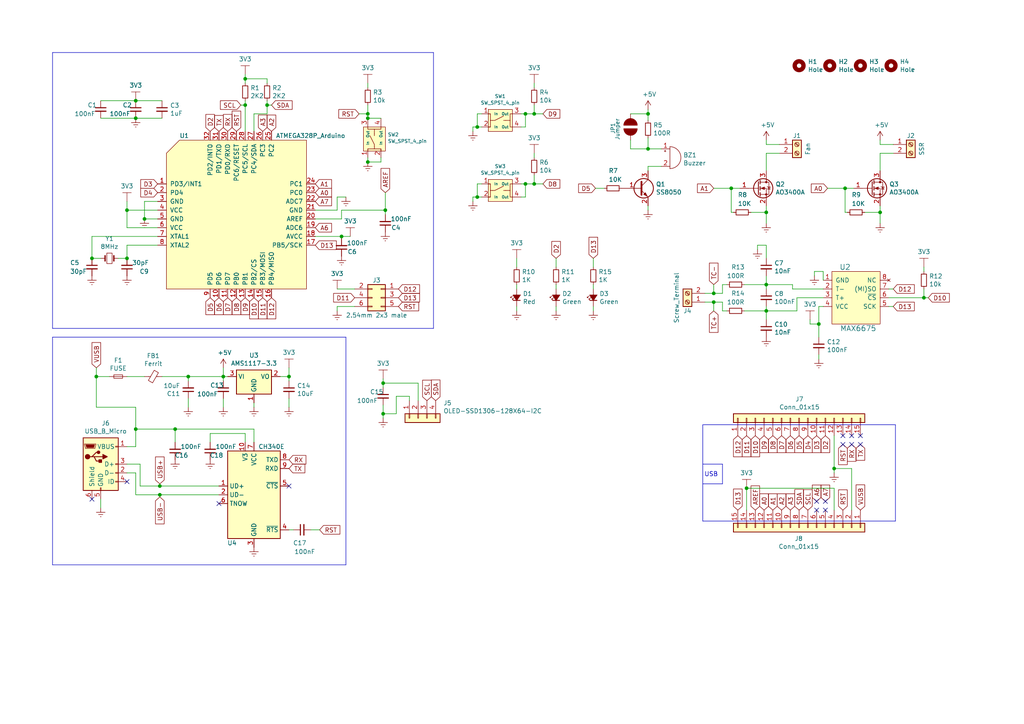
<source format=kicad_sch>
(kicad_sch (version 20230121) (generator eeschema)
  (paper "A4")
  (title_block (title "MyReflowduino") (date "2021-05-31") (rev "2"))
  (lib_symbols
    (symbol "Connector:Screw_Terminal_01x02" (pin_names (offset 1.016) hide)
      (property "Reference" "J" (at 0 2.54 0))
      (property "Value" "Screw_Terminal_01x02" (at 0 -5.08 0))
      (symbol "Screw_Terminal_01x02_1_1"
        (pin passive line (at -5.08 0 0) (length 3.81) (name "Pin_1") (number "1"))
        (pin passive line (at -5.08 -2.54 0) (length 3.81) (name "Pin_2") (number "2"))
      )
    )
    (symbol "Connector:USB_B_Micro" (pin_names (offset 1.016))
      (property "Reference" "J" (at -5.08 11.43 0))
      (property "Value" "USB_B_Micro" (at -5.08 8.89 0))
      (symbol "USB_B_Micro_1_1"
        (pin power_out line (at 7.62 5.08 180) (length 2.54) (name "VBUS") (number "1"))
        (pin bidirectional line (at 7.62 -2.54 180) (length 2.54) (name "D-") (number "2"))
        (pin bidirectional line (at 7.62 0 180) (length 2.54) (name "D+") (number "3"))
        (pin passive line (at 7.62 -5.08 180) (length 2.54) (name "ID") (number "4"))
        (pin power_out line (at 0 -10.16 90) (length 2.54) (name "GND") (number "5"))
        (pin passive line (at -2.54 -10.16 90) (length 2.54) (name "Shield") (number "6"))
      )
    )
    (symbol "Connector_Generic:Conn_01x04" (pin_names (offset 1.016) hide)
      (property "Reference" "J" (at 0 5.08 0))
      (property "Value" "Conn_01x04" (at 0 -7.62 0))
      (symbol "Conn_01x04_1_1"
        (pin passive line (at -5.08 2.54 0) (length 3.81) (name "Pin_1") (number "1"))
        (pin passive line (at -5.08 0 0) (length 3.81) (name "Pin_2") (number "2"))
        (pin passive line (at -5.08 -2.54 0) (length 3.81) (name "Pin_3") (number "3"))
        (pin passive line (at -5.08 -5.08 0) (length 3.81) (name "Pin_4") (number "4"))
      )
    )
    (symbol "Connector_Generic:Conn_01x15" (pin_names (offset 1.016) hide)
      (property "Reference" "J" (at 0 20.32 0))
      (property "Value" "Conn_01x15" (at 0 -20.32 0))
      (symbol "Conn_01x15_1_1"
        (pin passive line (at -5.08 17.78 0) (length 3.81) (name "Pin_1") (number "1"))
        (pin passive line (at -5.08 -5.08 0) (length 3.81) (name "Pin_10") (number "10"))
        (pin passive line (at -5.08 -7.62 0) (length 3.81) (name "Pin_11") (number "11"))
        (pin passive line (at -5.08 -10.16 0) (length 3.81) (name "Pin_12") (number "12"))
        (pin passive line (at -5.08 -12.7 0) (length 3.81) (name "Pin_13") (number "13"))
        (pin passive line (at -5.08 -15.24 0) (length 3.81) (name "Pin_14") (number "14"))
        (pin passive line (at -5.08 -17.78 0) (length 3.81) (name "Pin_15") (number "15"))
        (pin passive line (at -5.08 15.24 0) (length 3.81) (name "Pin_2") (number "2"))
        (pin passive line (at -5.08 12.7 0) (length 3.81) (name "Pin_3") (number "3"))
        (pin passive line (at -5.08 10.16 0) (length 3.81) (name "Pin_4") (number "4"))
        (pin passive line (at -5.08 7.62 0) (length 3.81) (name "Pin_5") (number "5"))
        (pin passive line (at -5.08 5.08 0) (length 3.81) (name "Pin_6") (number "6"))
        (pin passive line (at -5.08 2.54 0) (length 3.81) (name "Pin_7") (number "7"))
        (pin passive line (at -5.08 0 0) (length 3.81) (name "Pin_8") (number "8"))
        (pin passive line (at -5.08 -2.54 0) (length 3.81) (name "Pin_9") (number "9"))
      )
    )
    (symbol "Connector_Generic:Conn_02x03_Odd_Even" (pin_names (offset 1.016) hide)
      (property "Reference" "J" (at 1.27 5.08 0))
      (property "Value" "Conn_02x03_Odd_Even" (at 1.27 -5.08 0))
      (symbol "Conn_02x03_Odd_Even_1_1"
        (pin passive line (at -5.08 2.54 0) (length 3.81) (name "Pin_1") (number "1"))
        (pin passive line (at 7.62 2.54 180) (length 3.81) (name "Pin_2") (number "2"))
        (pin passive line (at -5.08 0 0) (length 3.81) (name "Pin_3") (number "3"))
        (pin passive line (at 7.62 0 180) (length 3.81) (name "Pin_4") (number "4"))
        (pin passive line (at -5.08 -2.54 0) (length 3.81) (name "Pin_5") (number "5"))
        (pin passive line (at 7.62 -2.54 180) (length 3.81) (name "Pin_6") (number "6"))
      )
    )
    (symbol "Device:Buzzer" (pin_names (offset 0.0254) hide)
      (property "Reference" "BZ" (at 3.81 1.27 0))
      (property "Value" "Buzzer" (at 3.81 -1.27 0))
      (symbol "Buzzer_1_1"
        (pin passive line (at -2.54 2.54 0) (length 2.54) (name "-") (number "1"))
        (pin passive line (at -2.54 -2.54 0) (length 2.54) (name "+") (number "2"))
      )
    )
    (symbol "Device:C_Small" (pin_numbers hide) (pin_names (offset 0.254) hide)
      (property "Reference" "C" (at 0.254 1.778 0))
      (property "Value" "C_Small" (at 0.254 -2.032 0))
      (symbol "C_Small_1_1"
        (pin passive line (at 0 2.54 270) (length 2.032) (name "~") (number "1"))
        (pin passive line (at 0 -2.54 90) (length 2.032) (name "~") (number "2"))
      )
    )
    (symbol "Device:Crystal_Small" (pin_numbers hide) (pin_names (offset 1.016) hide)
      (property "Reference" "Y" (at 0 2.54 0))
      (property "Value" "Crystal_Small" (at 0 -2.54 0))
      (symbol "Crystal_Small_1_1"
        (pin passive line (at -2.54 0 0) (length 1.27) (name "1") (number "1"))
        (pin passive line (at 2.54 0 180) (length 1.27) (name "2") (number "2"))
      )
    )
    (symbol "Device:Fuse_Small" (pin_numbers hide) (pin_names (offset 0.254) hide)
      (property "Reference" "F" (at 0 -1.524 0))
      (property "Value" "Fuse_Small" (at 0 1.524 0))
      (symbol "Fuse_Small_1_1"
        (pin passive line (at -2.54 0 0) (length 1.27) (name "~") (number "1"))
        (pin passive line (at 2.54 0 180) (length 1.27) (name "~") (number "2"))
      )
    )
    (symbol "Device:Q_NPN_BEC" (pin_names (offset 0) hide)
      (property "Reference" "Q" (at 5.08 1.27 0))
      (property "Value" "Q_NPN_BEC" (at 5.08 -1.27 0))
      (symbol "Q_NPN_BEC_1_1"
        (pin input line (at -5.08 0 0) (length 5.715) (name "B") (number "1"))
        (pin passive line (at 2.54 -5.08 90) (length 2.54) (name "E") (number "2"))
        (pin passive line (at 2.54 5.08 270) (length 2.54) (name "C") (number "3"))
      )
    )
    (symbol "Device:R_Small" (pin_numbers hide) (pin_names (offset 0.254) hide)
      (property "Reference" "R" (at 0.762 0.508 0))
      (property "Value" "R_Small" (at 0.762 -1.016 0))
      (symbol "R_Small_1_1"
        (pin passive line (at 0 2.54 270) (length 0.762) (name "~") (number "1"))
        (pin passive line (at 0 -2.54 90) (length 0.762) (name "~") (number "2"))
      )
    )
    (symbol "Interface_USB:CH340E"
      (property "Reference" "U" (at -5.08 13.97 0))
      (property "Value" "CH340E" (at 1.27 13.97 0))
      (symbol "CH340E_1_1"
        (pin bidirectional line (at -10.16 2.54 0) (length 2.54) (name "UD+") (number "1"))
        (pin passive line (at -2.54 15.24 270) (length 2.54) (name "V3") (number "10"))
        (pin bidirectional line (at -10.16 0 0) (length 2.54) (name "UD-") (number "2"))
        (pin power_in line (at 0 -15.24 90) (length 2.54) (name "GND") (number "3"))
        (pin output line (at 10.16 -10.16 180) (length 2.54) (name "~{RTS}") (number "4"))
        (pin input line (at 10.16 2.54 180) (length 2.54) (name "~{CTS}") (number "5"))
        (pin output line (at -10.16 -2.54 0) (length 2.54) (name "TNOW") (number "6"))
        (pin power_in line (at 0 15.24 270) (length 2.54) (name "VCC") (number "7"))
        (pin output line (at 10.16 10.16 180) (length 2.54) (name "TXD") (number "8"))
        (pin input line (at 10.16 7.62 180) (length 2.54) (name "RXD") (number "9"))
      )
    )
    (symbol "Mechanical:MountingHole" (pin_names (offset 1.016))
      (property "Reference" "H" (at 0 5.08 0))
      (property "Value" "MountingHole" (at 0 3.175 0))
    )
    (symbol "MyReflowController-rescue:3V3-_Power_Ports" (power) (pin_numbers hide) (pin_names (offset 0))
      (property "Value" "3V3-_Power_Ports" (at 0 3.81 0))
      (symbol "3V3-_Power_Ports_1_1"
        (pin power_in line (at 0 0 90) (length 0) hide (name "3V3") (number "1"))
      )
    )
    (symbol "MyReflowController-rescue:ATMEGA328P_Arduino-_Custom" (pin_names (offset 1.016))
      (property "Reference" "U" (at -7.62 21.59 0))
      (property "Value" "_Custom_ATMEGA328P_Arduino" (at 29.21 21.59 0))
      (symbol "ATMEGA328P_Arduino-_Custom_1_1"
        (pin bidirectional line (at -15.24 7.62 0) (length 2.54) (name "PD3/INT1") (number "1"))
        (pin bidirectional line (at 2.54 -25.4 90) (length 2.54) (name "PD6") (number "10"))
        (pin bidirectional line (at 5.08 -25.4 90) (length 2.54) (name "PD7") (number "11"))
        (pin bidirectional line (at 7.62 -25.4 90) (length 2.54) (name "PB0") (number "12"))
        (pin bidirectional line (at 10.16 -25.4 90) (length 2.54) (name "PB1") (number "13"))
        (pin bidirectional line (at 12.7 -25.4 90) (length 2.54) (name "PB2/CS") (number "14"))
        (pin bidirectional line (at 15.24 -25.4 90) (length 2.54) (name "PB3/MOSI") (number "15"))
        (pin bidirectional line (at 17.78 -25.4 90) (length 2.54) (name "PB4/MISO") (number "16"))
        (pin bidirectional line (at 30.48 -10.16 180) (length 2.54) (name "PB5/SCK") (number "17"))
        (pin bidirectional line (at 30.48 -7.62 180) (length 2.54) (name "AVCC") (number "18"))
        (pin bidirectional line (at 30.48 -5.08 180) (length 2.54) (name "ADC6") (number "19"))
        (pin bidirectional line (at -15.24 5.08 0) (length 2.54) (name "PD4") (number "2"))
        (pin bidirectional line (at 30.48 -2.54 180) (length 2.54) (name "AREF") (number "20"))
        (pin bidirectional line (at 30.48 0 180) (length 2.54) (name "GND") (number "21"))
        (pin bidirectional line (at 30.48 2.54 180) (length 2.54) (name "ADC7") (number "22"))
        (pin bidirectional line (at 30.48 5.08 180) (length 2.54) (name "PC0") (number "23"))
        (pin bidirectional line (at 30.48 7.62 180) (length 2.54) (name "PC1") (number "24"))
        (pin bidirectional line (at 17.78 22.86 270) (length 2.54) (name "PC2") (number "25"))
        (pin bidirectional line (at 15.24 22.86 270) (length 2.54) (name "PC3") (number "26"))
        (pin bidirectional line (at 12.7 22.86 270) (length 2.54) (name "PC4/SDA") (number "27"))
        (pin bidirectional line (at 10.16 22.86 270) (length 2.54) (name "PC5/SCL") (number "28"))
        (pin bidirectional line (at 7.62 22.86 270) (length 2.54) (name "PC6/RESET") (number "29"))
        (pin bidirectional line (at -15.24 2.54 0) (length 2.54) (name "GND") (number "3"))
        (pin bidirectional line (at 5.08 22.86 270) (length 2.54) (name "PD0/RXD") (number "30"))
        (pin bidirectional line (at 2.54 22.86 270) (length 2.54) (name "PD1/TXD") (number "31"))
        (pin bidirectional line (at 0 22.86 270) (length 2.54) (name "PD2/INT0") (number "32"))
        (pin bidirectional line (at -15.24 0 0) (length 2.54) (name "VCC") (number "4"))
        (pin bidirectional line (at -15.24 -2.54 0) (length 2.54) (name "GND") (number "5"))
        (pin bidirectional line (at -15.24 -5.08 0) (length 2.54) (name "VCC") (number "6"))
        (pin bidirectional line (at -15.24 -7.62 0) (length 2.54) (name "XTAL1") (number "7"))
        (pin bidirectional line (at -15.24 -10.16 0) (length 2.54) (name "XTAL2") (number "8"))
        (pin bidirectional line (at 0 -25.4 90) (length 2.54) (name "PD5") (number "9"))
      )
    )
    (symbol "MyReflowController-rescue:Ferrite_Bead_Small-Device" (pin_numbers hide) (pin_names (offset 0))
      (property "Reference" "FB" (at 1.905 1.27 0))
      (property "Value" "Device_Ferrite_Bead_Small" (at 1.905 -1.27 0))
      (symbol "Ferrite_Bead_Small-Device_1_1"
        (pin passive line (at 0 2.54 270) (length 1.27) (name "~") (number "1"))
        (pin passive line (at 0 -2.54 90) (length 1.27) (name "~") (number "2"))
      )
    )
    (symbol "MyReflowController-rescue:JUMPER-SMT_2_NO-SparkFun-Jumpers" (pin_numbers hide) (pin_names (offset 1.016) hide)
      (property "Reference" "JP" (at -2.54 2.54 0))
      (property "Value" "SparkFun-Jumpers_JUMPER-SMT_2_NO" (at -2.54 -3.81 0))
      (property "PROD_ID" "XXX-00000" (at 0 6.35 0))
      (symbol "JUMPER-SMT_2_NO-SparkFun-Jumpers_1_1"
        (pin passive line (at -3.81 0 0) (length 2.54) (name "1") (number "1"))
        (pin passive line (at 3.81 0 180) (length 2.54) (name "2") (number "2"))
      )
    )
    (symbol "MyReflowController-rescue:LED_Small_ALT-Device" (pin_numbers hide) (pin_names (offset 0.254) hide)
      (property "Reference" "D" (at -1.27 3.175 0))
      (property "Value" "Device_LED_Small_ALT" (at -4.445 -2.54 0))
      (symbol "LED_Small_ALT-Device_1_1"
        (pin passive line (at -2.54 0 0) (length 1.778) (name "K") (number "1"))
        (pin passive line (at 2.54 0 180) (length 1.778) (name "A") (number "2"))
      )
    )
    (symbol "MyReflowController-rescue:MAX6675-_Custom" (pin_names (offset 1.016))
      (property "Reference" "U" (at -5.1054 1.016 0))
      (property "Value" "_Custom_MAX6675" (at -5.08 -16.51 0))
      (property "Footprint" "digikey-footprints:SOIC-8_W3.9mm" (at -17.78 -19.05 0))
      (symbol "MAX6675-_Custom_1_1"
        (pin power_in line (at -7.62 -2.54 0) (length 2.54) (name "GND") (number "1"))
        (pin input line (at -7.62 -5.08 0) (length 2.54) (name "T-") (number "2"))
        (pin input line (at -7.62 -7.62 0) (length 2.54) (name "T+") (number "3"))
        (pin power_in line (at -7.62 -10.16 0) (length 2.54) (name "VCC") (number "4"))
        (pin input line (at 11.43 -10.16 180) (length 2.54) (name "SCK") (number "5"))
        (pin input line (at 11.43 -7.62 180) (length 2.54) (name "~{CS}") (number "6"))
        (pin output line (at 11.43 -5.08 180) (length 2.54) (name "(MI)SO") (number "7"))
        (pin no_connect line (at 11.43 -2.54 180) (length 2.54) (name "NC") (number "8"))
      )
    )
    (symbol "MyReflowController-rescue:Masse-_Power_Ports" (power) (pin_names (offset 0))
      (symbol "Masse-_Power_Ports_1_1"
        (pin power_in line (at 0 0 270) (length 0) hide (name "Masse") (number "1"))
      )
    )
    (symbol "MyReflowController-rescue:SW_SPST_4_pin-_Custom" (pin_names (offset 1.016))
      (property "Reference" "SW" (at -1.905 8.89 0))
      (property "Value" "_Custom_SW_SPST_4_pin" (at 0 0 0))
      (symbol "SW_SPST_4_pin-_Custom_1_1"
        (pin bidirectional line (at -5.08 6.35 0) (length 2.54) (name "In") (number "1"))
        (pin bidirectional line (at -5.08 2.54 0) (length 2.54) (name "In") (number "2"))
        (pin bidirectional line (at 6.35 6.35 180) (length 2.54) (name "Out") (number "3"))
        (pin bidirectional line (at 6.35 2.54 180) (length 2.54) (name "Out") (number "4"))
      )
    )
    (symbol "Regulator_Linear:AMS1117-3.3"
      (property "Reference" "U" (at -3.81 3.175 0))
      (property "Value" "AMS1117-3.3" (at 0 3.175 0))
      (symbol "AMS1117-3.3_1_1"
        (pin power_in line (at 0 -7.62 90) (length 2.54) (name "GND") (number "1"))
        (pin power_out line (at 7.62 0 180) (length 2.54) (name "VO") (number "2"))
        (pin power_in line (at -7.62 0 0) (length 2.54) (name "VI") (number "3"))
      )
    )
    (symbol "Transistor_FET:AO3400A" (pin_names hide)
      (property "Reference" "Q" (at 5.08 1.905 0))
      (property "Value" "AO3400A" (at 5.08 0 0))
      (symbol "AO3400A_1_1"
        (pin input line (at -5.08 0 0) (length 2.54) (name "G") (number "1"))
        (pin passive line (at 2.54 -5.08 90) (length 2.54) (name "S") (number "2"))
        (pin passive line (at 2.54 5.08 270) (length 2.54) (name "D") (number "3"))
      )
    )
    (symbol "power:+5V" (power) (pin_names (offset 0))
      (property "Value" "+5V" (at 0 3.556 0))
      (symbol "+5V_1_1"
        (pin power_in line (at 0 0 90) (length 0) hide (name "+5V") (number "1"))
      )
    )
  )
  (junction (at 39.37 29.21))
  (junction (at 71.12 22.86))
  (junction (at 245.11 54.61))
  (junction (at 54.61 109.22))
  (junction (at 83.82 109.22))
  (junction (at 255.27 61.595))
  (junction (at 212.09 54.61))
  (junction (at 267.97 86.36))
  (junction (at 71.12 30.48))
  (junction (at 39.37 34.29))
  (junction (at 207.01 85.09))
  (junction (at 222.25 90.17))
  (junction (at 39.37 124.46))
  (junction (at 138.43 36.83))
  (junction (at 187.96 43.18))
  (junction (at 41.91 63.5))
  (junction (at 222.25 82.55))
  (junction (at 99.06 68.58))
  (junction (at 36.83 74.93))
  (junction (at 222.25 61.595))
  (junction (at 50.8 124.46))
  (junction (at 187.96 33.02))
  (junction (at 64.77 109.22))
  (junction (at 106.68 34.29))
  (junction (at 106.68 46.99))
  (junction (at 241.935 135.89))
  (junction (at 111.125 111.125))
  (junction (at 207.01 87.63))
  (junction (at 106.68 33.02))
  (junction (at 111.125 120.015))
  (junction (at 46.355 140.97))
  (junction (at 152.4 33.02))
  (junction (at 26.67 74.93))
  (junction (at 154.94 53.34))
  (junction (at 237.49 93.98))
  (junction (at 154.94 33.02))
  (junction (at 138.43 57.15))
  (junction (at 216.535 141.605))
  (junction (at 46.355 143.51))
  (junction (at 36.83 60.96))
  (junction (at 27.94 109.22))
  (junction (at 77.47 30.48))
  (junction (at 111.76 60.96))
  (junction (at 152.4 53.34))
  (no_connect (at 36.83 139.7))
  (no_connect (at 236.855 145.415))
  (no_connect (at 63.5 146.05))
  (no_connect (at 239.395 145.415))
  (no_connect (at 236.855 147.955))
  (no_connect (at 239.395 147.955))
  (no_connect (at 244.475 126.365))
  (no_connect (at 83.82 140.97))
  (no_connect (at 249.555 128.905))
  (no_connect (at 26.67 144.78))
  (no_connect (at 249.555 126.365))
  (no_connect (at 244.475 128.905))
  (no_connect (at 247.015 126.365))
  (no_connect (at 247.015 128.905))
  (wire (pts (xy 111.76 55.88) (xy 111.76 60.96)))
  (wire (pts (xy 137.16 36.83) (xy 138.43 36.83)))
  (wire (pts (xy 83.82 106.68) (xy 83.82 109.22)))
  (wire (pts (xy 106.68 25.4) (xy 106.68 24.13)))
  (wire (pts (xy 97.79 57.15) (xy 97.79 60.96)))
  (wire (pts (xy 78.74 30.48) (xy 77.47 30.48)))
  (wire (pts (xy 137.16 58.42) (xy 137.16 57.15)))
  (wire (pts (xy 237.49 88.9) (xy 238.76 88.9)))
  (wire (pts (xy 106.68 33.02) (xy 106.68 34.29)))
  (wire (pts (xy 99.06 60.96) (xy 111.76 60.96)))
  (wire (pts (xy 46.355 144.145) (xy 46.355 143.51)))
  (wire (pts (xy 118.745 114.935) (xy 114.935 114.935)))
  (wire (pts (xy 110.49 46.99) (xy 110.49 45.72)))
  (wire (pts (xy 111.125 121.285) (xy 111.125 120.015)))
  (wire (pts (xy 54.61 110.49) (xy 54.61 109.22)))
  (polyline (pts (xy 203.835 123.19) (xy 259.715 123.19)) (stroke (width 0) (type solid)))
  (wire (pts (xy 64.77 109.22) (xy 64.77 106.68)))
  (wire (pts (xy 187.96 31.75) (xy 187.96 33.02)))
  (wire (pts (xy 50.8 124.46) (xy 73.66 124.46)))
  (wire (pts (xy 222.25 61.595) (xy 222.25 59.69)))
  (wire (pts (xy 111.125 120.015) (xy 111.125 117.475)))
  (wire (pts (xy 64.77 110.49) (xy 64.77 109.22)))
  (wire (pts (xy 40.64 134.62) (xy 36.83 134.62)))
  (wire (pts (xy 267.97 86.36) (xy 257.81 86.36)))
  (wire (pts (xy 139.7 33.02) (xy 138.43 33.02)))
  (wire (pts (xy 137.16 57.15) (xy 138.43 57.15)))
  (wire (pts (xy 222.25 71.12) (xy 219.71 71.12)))
  (polyline (pts (xy 209.55 140.335) (xy 203.835 140.335)))
  (wire (pts (xy 182.88 40.64) (xy 182.88 43.18)))
  (wire (pts (xy 97.79 83.82) (xy 102.87 83.82)))
  (wire (pts (xy 237.49 104.14) (xy 237.49 102.87)))
  (wire (pts (xy 83.82 109.22) (xy 81.28 109.22)))
  (wire (pts (xy 73.66 124.46) (xy 73.66 128.27)))
  (wire (pts (xy 111.125 111.125) (xy 121.285 111.125)))
  (wire (pts (xy 229.87 82.55) (xy 222.25 82.55)))
  (wire (pts (xy 154.94 33.02) (xy 154.94 30.48)))
  (wire (pts (xy 255.27 40.64) (xy 255.27 41.91)))
  (wire (pts (xy 91.44 63.5) (xy 99.06 63.5)))
  (wire (pts (xy 73.66 118.11) (xy 73.66 116.84)))
  (wire (pts (xy 161.29 77.47) (xy 161.29 74.93)))
  (wire (pts (xy 237.49 88.9) (xy 237.49 93.98)))
  (wire (pts (xy 259.08 44.45) (xy 255.27 44.45)))
  (wire (pts (xy 238.76 83.82) (xy 229.87 83.82)))
  (wire (pts (xy 151.13 33.02) (xy 152.4 33.02)))
  (wire (pts (xy 71.12 30.48) (xy 69.85 30.48)))
  (wire (pts (xy 137.16 38.1) (xy 137.16 36.83)))
  (wire (pts (xy 106.68 34.29) (xy 110.49 34.29)))
  (wire (pts (xy 172.085 77.47) (xy 172.085 74.93)))
  (wire (pts (xy 64.77 109.22) (xy 66.04 109.22)))
  (wire (pts (xy 149.86 90.17) (xy 149.86 88.9)))
  (wire (pts (xy 229.87 83.82) (xy 229.87 82.55)))
  (wire (pts (xy 259.08 83.82) (xy 257.81 83.82)))
  (wire (pts (xy 46.355 140.97) (xy 40.64 140.97)))
  (wire (pts (xy 39.37 143.51) (xy 39.37 137.16)))
  (wire (pts (xy 73.66 38.1) (xy 73.66 33.02)))
  (wire (pts (xy 102.87 88.9) (xy 97.79 88.9)))
  (wire (pts (xy 222.25 74.93) (xy 222.25 71.12)))
  (wire (pts (xy 138.43 57.15) (xy 139.7 57.15)))
  (wire (pts (xy 152.4 36.83) (xy 151.13 36.83)))
  (wire (pts (xy 26.67 68.58) (xy 26.67 74.93)))
  (wire (pts (xy 245.11 54.61) (xy 247.65 54.61)))
  (wire (pts (xy 209.55 85.09) (xy 209.55 82.55)))
  (wire (pts (xy 99.06 69.215) (xy 99.06 68.58)))
  (wire (pts (xy 222.25 64.77) (xy 222.25 61.595)))
  (wire (pts (xy 241.935 135.89) (xy 247.015 135.89)))
  (wire (pts (xy 222.25 44.45) (xy 222.25 49.53)))
  (wire (pts (xy 39.37 124.46) (xy 39.37 129.54)))
  (polyline (pts (xy 259.715 151.13) (xy 203.835 151.13)) (stroke (width 0) (type solid)))
  (wire (pts (xy 71.12 29.21) (xy 71.12 30.48)))
  (wire (pts (xy 77.47 22.86) (xy 77.47 24.13)))
  (wire (pts (xy 41.91 58.42) (xy 45.72 58.42)))
  (wire (pts (xy 27.94 118.11) (xy 39.37 118.11)))
  (polyline (pts (xy 15.24 95.25) (xy 125.73 95.25)))
  (wire (pts (xy 29.21 147.32) (xy 29.21 144.78)))
  (wire (pts (xy 46.99 109.22) (xy 54.61 109.22)))
  (polyline (pts (xy 125.73 15.24) (xy 125.73 95.25)))
  (wire (pts (xy 27.94 109.22) (xy 27.94 118.11)))
  (wire (pts (xy 60.96 128.27) (xy 60.96 125.73)))
  (wire (pts (xy 46.99 34.29) (xy 39.37 34.29)))
  (wire (pts (xy 77.47 29.21) (xy 77.47 30.48)))
  (wire (pts (xy 222.25 90.17) (xy 215.9 90.17)))
  (wire (pts (xy 139.7 53.34) (xy 138.43 53.34)))
  (wire (pts (xy 207.01 85.09) (xy 207.01 82.55)))
  (wire (pts (xy 207.01 90.17) (xy 207.01 87.63)))
  (polyline (pts (xy 125.73 15.24) (xy 15.24 15.24)))
  (wire (pts (xy 231.14 86.36) (xy 238.76 86.36)))
  (wire (pts (xy 209.55 90.17) (xy 210.82 90.17)))
  (wire (pts (xy 250.825 61.595) (xy 255.27 61.595)))
  (wire (pts (xy 138.43 36.83) (xy 139.7 36.83)))
  (wire (pts (xy 247.015 135.89) (xy 247.015 147.955)))
  (polyline (pts (xy 100.33 163.83) (xy 100.33 97.79)))
  (wire (pts (xy 41.91 63.5) (xy 45.72 63.5)))
  (wire (pts (xy 226.06 44.45) (xy 222.25 44.45)))
  (wire (pts (xy 255.27 64.77) (xy 255.27 61.595)))
  (wire (pts (xy 71.12 30.48) (xy 71.12 38.1)))
  (wire (pts (xy 41.91 63.5) (xy 41.91 58.42)))
  (wire (pts (xy 63.5 143.51) (xy 46.355 143.51)))
  (polyline (pts (xy 15.24 97.79) (xy 15.24 163.83)))
  (wire (pts (xy 212.725 61.595) (xy 212.09 61.595)))
  (wire (pts (xy 241.935 135.89) (xy 241.935 126.365)))
  (wire (pts (xy 39.37 129.54) (xy 36.83 129.54)))
  (wire (pts (xy 36.83 74.93) (xy 36.83 71.12)))
  (wire (pts (xy 121.285 111.125) (xy 121.285 116.205)))
  (wire (pts (xy 222.25 40.64) (xy 222.25 41.91)))
  (wire (pts (xy 50.8 124.46) (xy 50.8 128.27)))
  (wire (pts (xy 99.06 60.96) (xy 99.06 63.5)))
  (wire (pts (xy 154.94 25.4) (xy 154.94 24.13)))
  (wire (pts (xy 182.88 43.18) (xy 187.96 43.18)))
  (wire (pts (xy 111.125 112.395) (xy 111.125 111.125)))
  (wire (pts (xy 45.72 68.58) (xy 26.67 68.58)))
  (wire (pts (xy 77.47 30.48) (xy 77.47 33.02)))
  (wire (pts (xy 267.97 83.82) (xy 267.97 86.36)))
  (wire (pts (xy 259.08 88.9) (xy 257.81 88.9)))
  (wire (pts (xy 161.29 82.55) (xy 161.29 83.82)))
  (wire (pts (xy 236.22 78.74) (xy 238.76 78.74)))
  (polyline (pts (xy 259.715 123.19) (xy 259.715 151.13)) (stroke (width 0) (type solid)))
  (wire (pts (xy 154.94 33.02) (xy 152.4 33.02)))
  (wire (pts (xy 29.21 74.93) (xy 26.67 74.93)))
  (wire (pts (xy 29.21 34.29) (xy 39.37 34.29)))
  (wire (pts (xy 209.55 82.55) (xy 210.82 82.55)))
  (wire (pts (xy 71.12 22.86) (xy 71.12 24.13)))
  (wire (pts (xy 39.37 137.16) (xy 36.83 137.16)))
  (polyline (pts (xy 15.24 163.83) (xy 100.33 163.83)))
  (wire (pts (xy 152.4 33.02) (xy 152.4 36.83)))
  (wire (pts (xy 238.76 78.74) (xy 238.76 81.28)))
  (wire (pts (xy 234.95 93.98) (xy 237.49 93.98)))
  (wire (pts (xy 215.9 82.55) (xy 222.25 82.55)))
  (wire (pts (xy 231.14 86.36) (xy 231.14 90.17)))
  (wire (pts (xy 73.66 33.02) (xy 77.47 33.02)))
  (wire (pts (xy 216.535 141.605) (xy 216.535 147.955)))
  (wire (pts (xy 92.71 153.67) (xy 90.17 153.67)))
  (wire (pts (xy 118.745 116.205) (xy 118.745 114.935)))
  (wire (pts (xy 207.01 87.63) (xy 204.47 87.63)))
  (wire (pts (xy 71.12 22.86) (xy 77.47 22.86)))
  (wire (pts (xy 182.88 33.02) (xy 187.96 33.02)))
  (wire (pts (xy 187.96 49.53) (xy 187.96 48.26)))
  (wire (pts (xy 187.96 43.18) (xy 191.77 43.18)))
  (wire (pts (xy 222.25 88.9) (xy 222.25 90.17)))
  (wire (pts (xy 172.085 88.9) (xy 172.085 90.17)))
  (wire (pts (xy 207.01 87.63) (xy 209.55 87.63)))
  (wire (pts (xy 27.94 109.22) (xy 31.75 109.22)))
  (wire (pts (xy 54.61 109.22) (xy 64.77 109.22)))
  (wire (pts (xy 45.72 66.04) (xy 36.83 66.04)))
  (wire (pts (xy 217.805 61.595) (xy 222.25 61.595)))
  (wire (pts (xy 83.82 118.11) (xy 83.82 115.57)))
  (wire (pts (xy 149.86 83.82) (xy 149.86 82.55)))
  (wire (pts (xy 85.09 153.67) (xy 83.82 153.67)))
  (wire (pts (xy 91.44 68.58) (xy 99.06 68.58)))
  (wire (pts (xy 234.95 92.71) (xy 234.95 93.98)))
  (wire (pts (xy 54.61 115.57) (xy 54.61 118.11)))
  (wire (pts (xy 154.94 53.34) (xy 152.4 53.34)))
  (wire (pts (xy 187.96 40.005) (xy 187.96 43.18)))
  (wire (pts (xy 71.12 125.73) (xy 71.12 128.27)))
  (wire (pts (xy 245.11 61.595) (xy 245.11 54.61)))
  (wire (pts (xy 187.96 60.96) (xy 187.96 59.69)))
  (wire (pts (xy 36.83 58.42) (xy 36.83 60.96)))
  (wire (pts (xy 97.79 60.96) (xy 91.44 60.96)))
  (wire (pts (xy 114.935 114.935) (xy 114.935 120.015)))
  (wire (pts (xy 106.68 45.72) (xy 106.68 46.99)))
  (wire (pts (xy 241.935 137.16) (xy 241.935 135.89)))
  (wire (pts (xy 161.29 88.9) (xy 161.29 90.17)))
  (wire (pts (xy 36.83 71.12) (xy 45.72 71.12)))
  (wire (pts (xy 34.29 74.93) (xy 36.83 74.93)))
  (wire (pts (xy 212.09 54.61) (xy 214.63 54.61)))
  (wire (pts (xy 172.085 82.55) (xy 172.085 83.82)))
  (wire (pts (xy 63.5 140.97) (xy 46.355 140.97)))
  (wire (pts (xy 236.22 80.01) (xy 236.22 78.74)))
  (wire (pts (xy 157.48 33.02) (xy 154.94 33.02)))
  (wire (pts (xy 157.48 53.34) (xy 154.94 53.34)))
  (wire (pts (xy 40.64 140.97) (xy 40.64 134.62)))
  (wire (pts (xy 111.125 109.855) (xy 111.125 111.125)))
  (wire (pts (xy 39.37 118.11) (xy 39.37 124.46)))
  (wire (pts (xy 83.82 110.49) (xy 83.82 109.22)))
  (wire (pts (xy 64.77 118.11) (xy 64.77 115.57)))
  (wire (pts (xy 207.01 54.61) (xy 212.09 54.61)))
  (wire (pts (xy 138.43 33.02) (xy 138.43 36.83)))
  (wire (pts (xy 111.76 60.96) (xy 111.76 62.23)))
  (wire (pts (xy 149.86 74.93) (xy 149.86 77.47)))
  (polyline (pts (xy 209.55 134.62) (xy 209.55 140.335)))
  (wire (pts (xy 151.13 57.15) (xy 152.4 57.15)))
  (wire (pts (xy 154.94 53.34) (xy 154.94 50.8)))
  (wire (pts (xy 138.43 53.34) (xy 138.43 57.15)))
  (wire (pts (xy 245.745 61.595) (xy 245.11 61.595)))
  (wire (pts (xy 46.355 140.335) (xy 46.355 140.97)))
  (polyline (pts (xy 203.835 134.62) (xy 209.55 134.62)))
  (wire (pts (xy 39.37 29.21) (xy 46.99 29.21)))
  (wire (pts (xy 106.68 46.99) (xy 110.49 46.99)))
  (polyline (pts (xy 15.24 15.24) (xy 15.24 95.25)))
  (wire (pts (xy 71.12 21.59) (xy 71.12 22.86)))
  (wire (pts (xy 191.77 48.26) (xy 187.96 48.26)))
  (wire (pts (xy 99.06 68.58) (xy 101.6 68.58)))
  (polyline (pts (xy 203.835 151.13) (xy 203.835 123.19)) (stroke (width 0) (type solid)))
  (wire (pts (xy 237.49 93.98) (xy 237.49 97.79)))
  (wire (pts (xy 269.24 86.36) (xy 267.97 86.36)))
  (wire (pts (xy 231.14 90.17) (xy 222.25 90.17)))
  (wire (pts (xy 172.72 54.61) (xy 175.26 54.61)))
  (wire (pts (xy 240.03 54.61) (xy 245.11 54.61)))
  (wire (pts (xy 152.4 53.34) (xy 151.13 53.34)))
  (wire (pts (xy 219.71 71.12) (xy 219.71 72.39)))
  (wire (pts (xy 209.55 87.63) (xy 209.55 90.17)))
  (wire (pts (xy 255.27 41.91) (xy 259.08 41.91)))
  (wire (pts (xy 222.25 92.71) (xy 222.25 90.17)))
  (wire (pts (xy 267.97 77.47) (xy 267.97 78.74)))
  (polyline (pts (xy 100.33 97.79) (xy 15.24 97.79)))
  (wire (pts (xy 207.01 85.09) (xy 209.55 85.09)))
  (wire (pts (xy 39.37 124.46) (xy 50.8 124.46)))
  (wire (pts (xy 241.935 141.605) (xy 241.935 147.955)))
  (wire (pts (xy 97.79 88.9) (xy 97.79 90.17)))
  (wire (pts (xy 27.94 106.68) (xy 27.94 109.22)))
  (wire (pts (xy 29.21 29.21) (xy 39.37 29.21)))
  (wire (pts (xy 216.535 141.605) (xy 241.935 141.605)))
  (wire (pts (xy 104.14 33.02) (xy 106.68 33.02)))
  (wire (pts (xy 60.96 125.73) (xy 71.12 125.73)))
  (wire (pts (xy 222.25 41.91) (xy 226.06 41.91)))
  (wire (pts (xy 36.83 109.22) (xy 41.91 109.22)))
  (wire (pts (xy 222.25 82.55) (xy 222.25 80.01)))
  (wire (pts (xy 154.94 45.72) (xy 154.94 44.45)))
  (wire (pts (xy 212.09 61.595) (xy 212.09 54.61)))
  (wire (pts (xy 36.83 66.04) (xy 36.83 60.96)))
  (wire (pts (xy 255.27 44.45) (xy 255.27 49.53)))
  (wire (pts (xy 97.79 57.15) (xy 100.33 57.15)))
  (wire (pts (xy 36.83 60.96) (xy 45.72 60.96)))
  (wire (pts (xy 114.935 120.015) (xy 111.125 120.015)))
  (wire (pts (xy 187.96 33.02) (xy 187.96 34.925)))
  (wire (pts (xy 255.27 61.595) (xy 255.27 59.69)))
  (wire (pts (xy 152.4 57.15) (xy 152.4 53.34)))
  (wire (pts (xy 222.25 82.55) (xy 222.25 83.82)))
  (wire (pts (xy 46.355 143.51) (xy 39.37 143.51)))
  (wire (pts (xy 106.68 33.02) (xy 106.68 30.48)))
  (wire (pts (xy 204.47 85.09) (xy 207.01 85.09)))
  (text "USB" (at 208.28 138.43 0) (effects (font (size 1.27 1.27)) (justify right bottom)))
  (global_label "D2" (shape input) (at 239.395 126.365 270) (property "Intersheetrefs" "${INTERSHEET_REFS}" (effects hide)))
  (global_label "D2" (shape input) (at 60.96 38.1 90) (property "Intersheetrefs" "${INTERSHEET_REFS}" (effects hide)))
  (global_label "USB-" (shape input) (at 46.355 144.145 270) (property "Intersheetrefs" "${INTERSHEET_REFS}" (effects hide)))
  (global_label "A6" (shape input) (at 236.855 145.415 90) (property "Intersheetrefs" "${INTERSHEET_REFS}" (effects hide)))
  (global_label "D11" (shape input) (at 76.2 86.36 270) (property "Intersheetrefs" "${INTERSHEET_REFS}" (effects hide)))
  (global_label "D13" (shape input) (at 172.085 74.93 90) (property "Intersheetrefs" "${INTERSHEET_REFS}" (effects hide)))
  (global_label "TX" (shape input) (at 249.555 128.905 270) (property "Intersheetrefs" "${INTERSHEET_REFS}" (effects hide)))
  (global_label "D8" (shape input) (at 68.58 86.36 270) (property "Intersheetrefs" "${INTERSHEET_REFS}" (effects hide)))
  (global_label "D11" (shape input) (at 102.87 86.36 180) (property "Intersheetrefs" "${INTERSHEET_REFS}" (effects hide)))
  (global_label "D11" (shape input) (at 216.535 126.365 270) (property "Intersheetrefs" "${INTERSHEET_REFS}" (effects hide)))
  (global_label "D13" (shape input) (at 213.995 147.955 90) (property "Intersheetrefs" "${INTERSHEET_REFS}" (effects hide)))
  (global_label "D12" (shape input) (at 78.74 86.36 270) (property "Intersheetrefs" "${INTERSHEET_REFS}" (effects hide)))
  (global_label "D10" (shape input) (at 73.66 86.36 270) (property "Intersheetrefs" "${INTERSHEET_REFS}" (effects hide)))
  (global_label "D5" (shape input) (at 231.775 126.365 270) (property "Intersheetrefs" "${INTERSHEET_REFS}" (effects hide)))
  (global_label "SCL" (shape input) (at 123.825 116.205 90) (property "Intersheetrefs" "${INTERSHEET_REFS}" (effects hide)))
  (global_label "D3" (shape input) (at 236.855 126.365 270) (property "Intersheetrefs" "${INTERSHEET_REFS}" (effects hide)))
  (global_label "RST" (shape input) (at 115.57 88.9 0) (property "Intersheetrefs" "${INTERSHEET_REFS}" (effects hide)))
  (global_label "A0" (shape input) (at 240.03 54.61 180) (property "Intersheetrefs" "${INTERSHEET_REFS}" (effects hide)))
  (global_label "SDA" (shape input) (at 231.775 147.955 90) (property "Intersheetrefs" "${INTERSHEET_REFS}" (effects hide)))
  (global_label "VUSB" (shape input) (at 27.94 106.68 90) (property "Intersheetrefs" "${INTERSHEET_REFS}" (effects hide)))
  (global_label "RX" (shape input) (at 83.82 133.35 0) (property "Intersheetrefs" "${INTERSHEET_REFS}" (effects hide)))
  (global_label "TX" (shape input) (at 63.5 38.1 90) (property "Intersheetrefs" "${INTERSHEET_REFS}" (effects hide)))
  (global_label "SCL" (shape input) (at 234.315 147.955 90) (property "Intersheetrefs" "${INTERSHEET_REFS}" (effects hide)))
  (global_label "D12" (shape input) (at 259.08 83.82 0) (property "Intersheetrefs" "${INTERSHEET_REFS}" (effects hide)))
  (global_label "D7" (shape input) (at 226.695 126.365 270) (property "Intersheetrefs" "${INTERSHEET_REFS}" (effects hide)))
  (global_label "D6" (shape input) (at 229.235 126.365 270) (property "Intersheetrefs" "${INTERSHEET_REFS}" (effects hide)))
  (global_label "A7" (shape input) (at 91.44 58.42 0) (property "Intersheetrefs" "${INTERSHEET_REFS}" (effects hide)))
  (global_label "A3" (shape input) (at 229.235 147.955 90) (property "Intersheetrefs" "${INTERSHEET_REFS}" (effects hide)))
  (global_label "D13" (shape input) (at 259.08 88.9 0) (property "Intersheetrefs" "${INTERSHEET_REFS}" (effects hide)))
  (global_label "D4" (shape input) (at 45.72 55.88 180) (property "Intersheetrefs" "${INTERSHEET_REFS}" (effects hide)))
  (global_label "D10" (shape input) (at 219.075 126.365 270) (property "Intersheetrefs" "${INTERSHEET_REFS}" (effects hide)))
  (global_label "D5" (shape input) (at 60.96 86.36 270) (property "Intersheetrefs" "${INTERSHEET_REFS}" (effects hide)))
  (global_label "D9" (shape input) (at 157.48 33.02 0) (property "Intersheetrefs" "${INTERSHEET_REFS}" (effects hide)))
  (global_label "RST" (shape input) (at 68.58 38.1 90) (property "Intersheetrefs" "${INTERSHEET_REFS}" (effects hide)))
  (global_label "RST" (shape input) (at 104.14 33.02 180) (property "Intersheetrefs" "${INTERSHEET_REFS}" (effects hide)))
  (global_label "D4" (shape input) (at 234.315 126.365 270) (property "Intersheetrefs" "${INTERSHEET_REFS}" (effects hide)))
  (global_label "D7" (shape input) (at 66.04 86.36 270) (property "Intersheetrefs" "${INTERSHEET_REFS}" (effects hide)))
  (global_label "RST" (shape input) (at 244.475 128.905 270) (property "Intersheetrefs" "${INTERSHEET_REFS}" (effects hide)))
  (global_label "TX" (shape input) (at 83.82 135.89 0) (property "Intersheetrefs" "${INTERSHEET_REFS}" (effects hide)))
  (global_label "RX" (shape input) (at 247.015 128.905 270) (property "Intersheetrefs" "${INTERSHEET_REFS}" (effects hide)))
  (global_label "AREF" (shape input) (at 219.075 147.955 90) (property "Intersheetrefs" "${INTERSHEET_REFS}" (effects hide)))
  (global_label "D9" (shape input) (at 71.12 86.36 270) (property "Intersheetrefs" "${INTERSHEET_REFS}" (effects hide)))
  (global_label "D5" (shape input) (at 172.72 54.61 180) (property "Intersheetrefs" "${INTERSHEET_REFS}" (effects hide)))
  (global_label "D10" (shape input) (at 269.24 86.36 0) (property "Intersheetrefs" "${INTERSHEET_REFS}" (effects hide)))
  (global_label "SDA" (shape input) (at 126.365 116.205 90) (property "Intersheetrefs" "${INTERSHEET_REFS}" (effects hide)))
  (global_label "D3" (shape input) (at 45.72 53.34 180) (property "Intersheetrefs" "${INTERSHEET_REFS}" (effects hide)))
  (global_label "A1" (shape input) (at 224.155 147.955 90) (property "Intersheetrefs" "${INTERSHEET_REFS}" (effects hide)))
  (global_label "D13" (shape input) (at 115.57 86.36 0) (property "Intersheetrefs" "${INTERSHEET_REFS}" (effects hide)))
  (global_label "A1" (shape input) (at 207.01 54.61 180) (property "Intersheetrefs" "${INTERSHEET_REFS}" (effects hide)))
  (global_label "RST" (shape input) (at 92.71 153.67 0) (property "Intersheetrefs" "${INTERSHEET_REFS}" (effects hide)))
  (global_label "D12" (shape input) (at 213.995 126.365 270) (property "Intersheetrefs" "${INTERSHEET_REFS}" (effects hide)))
  (global_label "D6" (shape input) (at 63.5 86.36 270) (property "Intersheetrefs" "${INTERSHEET_REFS}" (effects hide)))
  (global_label "D8" (shape input) (at 157.48 53.34 0) (property "Intersheetrefs" "${INTERSHEET_REFS}" (effects hide)))
  (global_label "SCL" (shape input) (at 69.85 30.48 180) (property "Intersheetrefs" "${INTERSHEET_REFS}" (effects hide)))
  (global_label "D2" (shape input) (at 161.29 74.93 90) (property "Intersheetrefs" "${INTERSHEET_REFS}" (effects hide)))
  (global_label "D8" (shape input) (at 224.155 126.365 270) (property "Intersheetrefs" "${INTERSHEET_REFS}" (effects hide)))
  (global_label "AREF" (shape input) (at 111.76 55.88 90) (property "Intersheetrefs" "${INTERSHEET_REFS}" (effects hide)))
  (global_label "RX" (shape input) (at 66.04 38.1 90) (property "Intersheetrefs" "${INTERSHEET_REFS}" (effects hide)))
  (global_label "A0" (shape input) (at 221.615 147.955 90) (property "Intersheetrefs" "${INTERSHEET_REFS}" (effects hide)))
  (global_label "A0" (shape input) (at 91.44 55.88 0) (property "Intersheetrefs" "${INTERSHEET_REFS}" (effects hide)))
  (global_label "VUSB" (shape input) (at 249.555 147.955 90) (property "Intersheetrefs" "${INTERSHEET_REFS}" (effects hide)))
  (global_label "A7" (shape input) (at 239.395 145.415 90) (property "Intersheetrefs" "${INTERSHEET_REFS}" (effects hide)))
  (global_label "TC-" (shape input) (at 207.01 82.55 90) (property "Intersheetrefs" "${INTERSHEET_REFS}" (effects hide)))
  (global_label "D13" (shape input) (at 91.44 71.12 0) (property "Intersheetrefs" "${INTERSHEET_REFS}" (effects hide)))
  (global_label "A3" (shape input) (at 76.2 38.1 90) (property "Intersheetrefs" "${INTERSHEET_REFS}" (effects hide)))
  (global_label "SDA" (shape input) (at 78.74 30.48 0) (property "Intersheetrefs" "${INTERSHEET_REFS}" (effects hide)))
  (global_label "TC+" (shape input) (at 207.01 90.17 270) (property "Intersheetrefs" "${INTERSHEET_REFS}" (effects hide)))
  (global_label "USB+" (shape input) (at 46.355 140.335 90) (property "Intersheetrefs" "${INTERSHEET_REFS}" (effects hide)))
  (global_label "A2" (shape input) (at 78.74 38.1 90) (property "Intersheetrefs" "${INTERSHEET_REFS}" (effects hide)))
  (global_label "A2" (shape input) (at 226.695 147.955 90) (property "Intersheetrefs" "${INTERSHEET_REFS}" (effects hide)))
  (global_label "D12" (shape input) (at 115.57 83.82 0) (property "Intersheetrefs" "${INTERSHEET_REFS}" (effects hide)))
  (global_label "D9" (shape input) (at 221.615 126.365 270) (property "Intersheetrefs" "${INTERSHEET_REFS}" (effects hide)))
  (global_label "RST" (shape input) (at 244.475 147.955 90) (property "Intersheetrefs" "${INTERSHEET_REFS}" (effects hide)))
  (global_label "A1" (shape input) (at 91.44 53.34 0) (property "Intersheetrefs" "${INTERSHEET_REFS}" (effects hide)))
  (global_label "A6" (shape input) (at 91.44 66.04 0) (property "Intersheetrefs" "${INTERSHEET_REFS}" (effects hide)))
  (symbol (lib_id "Device:Crystal_Small") (at 31.75 74.93 180) (unit 1)
    (property "Reference" "Y1" (at 31.75 69.215 0))
    (property "Value" "8MHz" (at 31.75 71.5264 0))
    (property "Footprint" "Crystal:Crystal_SMD_TXC_7A-2Pin_5x3.2mm" (effects hide))
    (property "Part#" "C115962" (effects hide))
    (property "Package" "SMD-5032_2P" (effects hide))
  )
  (symbol (lib_id "Interface_USB:CH340E") (at 73.66 143.51 0) (unit 1)
    (property "Reference" "U4" (at 67.31 157.48 0))
    (property "Value" "CH340E" (at 78.74 129.54 0))
    (property "Footprint" "Package_SO:MSOP-10_3x3mm_P0.5mm" (effects hide))
    (property "Datasheet" "https://www.mpja.com/download/35227cpdata.pdf" (effects hide))
    (property "Part#" "C99652" (effects hide))
    (property "Package" "MSOP-10_3.0x3.0x0.5P" (effects hide))
  )
  (symbol (lib_id "MyReflowController-rescue:ATMEGA328P_Arduino-_Custom") (at 60.96 60.96 0) (unit 1)
    (property "Reference" "U1" (at 52.07 39.37 0) (effects (justify left)))
    (property "Value" "ATMEGA328P_Arduino" (at 80.01 39.37 0) (effects (justify left)))
    (property "Footprint" "digikey-footprints:TQFP-32_7x7mm" (effects hide))
    (property "Part#" "C14877" (effects hide))
    (property "Package" "TQFP-32_7.0x7.0x0.8P" (effects hide))
  )
  (symbol (lib_id "Regulator_Linear:AMS1117-3.3") (at 73.66 109.22 0) (unit 1)
    (property "Reference" "U3" (at 73.66 103.0732 0))
    (property "Value" "AMS1117-3.3" (at 73.66 105.3846 0))
    (property "Footprint" "Package_TO_SOT_SMD:SOT-223-3_TabPin2" (effects hide))
    (property "Datasheet" "http://www.advanced-monolithic.com/pdf/ds1117.pdf" (effects hide))
    (property "Part#" "C6186" (effects hide))
    (property "Package" "SOT-223" (effects hide))
  )
  (symbol (lib_id "Connector:USB_B_Micro") (at 29.21 134.62 0) (unit 1)
    (property "Reference" "J6" (at 30.6578 122.7582 0))
    (property "Value" "USB_B_Micro" (at 30.6578 125.0696 0))
    (property "Footprint" "_Custom:111A1010D10200_USB-2.0_THT" (effects hide))
    (property "Package" "THT - C46392" (effects hide))
  )
  (symbol (lib_id "Device:C_Small") (at 26.67 77.47 0) (unit 1)
    (property "Reference" "C5" (at 20.32 76.2 0) (effects (justify left)))
    (property "Value" "30pF" (at 20.32 78.74 0) (effects (justify left)))
    (property "Footprint" "Capacitor_SMD:C_0603_1608Metric" (effects hide))
    (property "Part#" "C22397" (effects hide))
    (property "Package" "0603" (effects hide))
  )
  (symbol (lib_id "MyReflowController-rescue:Masse-_Power_Ports") (at 36.83 80.01 0) (unit 1)
    (property "Reference" "#PWR023" (effects hide))
    (property "Value" "Masse" (effects hide))
  )
  (symbol (lib_id "MyReflowController-rescue:Masse-_Power_Ports") (at 26.67 80.01 0) (unit 1)
    (property "Reference" "#PWR022" (effects hide))
    (property "Value" "Masse" (effects hide))
  )
  (symbol (lib_id "Device:C_Small") (at 39.37 31.75 0) (unit 1)
    (property "Reference" "C2" (at 35.56 30.48 0) (effects (justify left)))
    (property "Value" "100nF" (at 31.75 33.02 0) (effects (justify left)))
    (property "Footprint" "Capacitor_SMD:C_0603_1608Metric_Pad1.08x0.95mm_HandSolder" (effects hide))
    (property "Part#" "C14663" (effects hide))
  )
  (symbol (lib_id "Device:C_Small") (at 29.21 31.75 0) (unit 1)
    (property "Reference" "C1" (at 25.4 30.48 0) (effects (justify left)))
    (property "Value" "100nF" (at 21.59 33.02 0) (effects (justify left)))
    (property "Footprint" "Capacitor_SMD:C_0603_1608Metric_Pad1.08x0.95mm_HandSolder" (effects hide))
    (property "Part#" "C14663" (effects hide))
  )
  (symbol (lib_id "MyReflowController-rescue:Masse-_Power_Ports") (at 106.68 46.99 0) (unit 1)
    (property "Reference" "#PWR09" (effects hide))
    (property "Value" "Masse" (effects hide))
  )
  (symbol (lib_id "MyReflowController-rescue:3V3-_Power_Ports") (at 39.37 29.21 0) (unit 1)
    (property "Reference" "#PWR010" (effects hide))
    (property "Value" "3V3" (at 39.37 24.765 0))
  )
  (symbol (lib_id "MyReflowController-rescue:3V3-_Power_Ports") (at 106.68 24.13 0) (unit 1)
    (property "Reference" "#PWR02" (effects hide))
    (property "Value" "3V3" (at 106.68 19.685 0))
  )
  (symbol (lib_id "Device:R_Small") (at 106.68 27.94 0) (unit 1)
    (property "Reference" "R3" (at 108.1786 26.7716 0) (effects (justify left)))
    (property "Value" "10k" (at 108.1786 29.083 0) (effects (justify left)))
    (property "Footprint" "Resistor_SMD:R_0805_2012Metric_Pad1.20x1.40mm_HandSolder" (effects hide))
    (property "Part#" "C17414" (effects hide))
    (property "Package" "0805" (effects hide))
  )
  (symbol (lib_id "MyReflowController-rescue:Masse-_Power_Ports") (at 111.76 67.31 0) (unit 1)
    (property "Reference" "#PWR016" (effects hide))
    (property "Value" "Masse" (effects hide))
  )
  (symbol (lib_id "MyReflowController-rescue:3V3-_Power_Ports") (at 101.6 68.58 0) (unit 1)
    (property "Reference" "#PWR017" (effects hide))
    (property "Value" "3V3" (at 101.6 64.135 0))
  )
  (symbol (lib_id "MyReflowController-rescue:Masse-_Power_Ports") (at 100.33 57.15 0) (unit 1)
    (property "Reference" "#PWR011" (effects hide))
    (property "Value" "Masse" (effects hide))
  )
  (symbol (lib_id "MyReflowController-rescue:Masse-_Power_Ports") (at 99.06 74.295 0) (unit 1)
    (property "Reference" "#PWR019" (effects hide))
    (property "Value" "Masse" (effects hide))
  )
  (symbol (lib_id "Connector_Generic:Conn_02x03_Odd_Even") (at 110.49 86.36 0) (mirror y) (unit 1)
    (property "Reference" "J3" (at 109.22 81.28 0))
    (property "Value" "2.54mm 2x3 male" (at 109.22 91.44 0))
    (property "Footprint" "Connector_PinSocket_2.54mm:PinSocket_2x03_P2.54mm_Vertical" (effects hide))
    (property "Package" "2.54mm 2x3 male" (effects hide))
  )
  (symbol (lib_id "MyReflowController-rescue:3V3-_Power_Ports") (at 97.79 83.82 0) (mirror y) (unit 1)
    (property "Reference" "#PWR026" (effects hide))
    (property "Value" "3V3" (at 97.79 79.375 0))
  )
  (symbol (lib_id "MyReflowController-rescue:Masse-_Power_Ports") (at 97.79 90.17 0) (mirror y) (unit 1)
    (property "Reference" "#PWR027" (effects hide))
    (property "Value" "Masse" (effects hide))
  )
  (symbol (lib_id "power:+5V") (at 64.77 106.68 0) (unit 1)
    (property "Reference" "#PWR033" (effects hide))
    (property "Value" "+5V" (at 65.151 102.2858 0))
  )
  (symbol (lib_id "Device:C_Small") (at 54.61 113.03 180) (unit 1)
    (property "Reference" "C11" (at 52.2732 114.1984 0) (effects (justify left)))
    (property "Value" "10uF" (at 52.2732 111.887 0) (effects (justify left)))
    (property "Footprint" "Capacitor_SMD:C_0805_2012Metric_Pad1.18x1.45mm_HandSolder" (effects hide))
    (property "Part#" "C15850" (effects hide))
    (property "Package" "0805" (effects hide))
  )
  (symbol (lib_id "MyReflowController-rescue:Ferrite_Bead_Small-Device") (at 44.45 109.22 270) (unit 1)
    (property "Reference" "FB1" (at 44.45 103.2002 90))
    (property "Value" "Ferrit" (at 44.45 105.5116 90))
    (property "Footprint" "Fuse:Fuse_0805_2012Metric_Pad1.15x1.40mm_HandSolder" (effects hide))
    (property "Part#" "C1017" (effects hide))
    (property "Package" "0805" (effects hide))
  )
  (symbol (lib_id "Device:Fuse_Small") (at 34.29 109.22 0) (unit 1)
    (property "Reference" "F1" (at 34.29 104.521 0))
    (property "Value" "FUSE" (at 34.29 106.8324 0))
    (property "Footprint" "Fuse:Fuse_1206_3216Metric_Pad1.42x1.75mm_HandSolder" (effects hide))
    (property "Package" "1206 - C69680" (effects hide))
  )
  (symbol (lib_id "MyReflowController-rescue:Masse-_Power_Ports") (at 64.77 118.11 0) (unit 1)
    (property "Reference" "#PWR036" (effects hide))
    (property "Value" "Masse" (effects hide))
  )
  (symbol (lib_id "MyReflowController-rescue:Masse-_Power_Ports") (at 73.66 118.11 0) (unit 1)
    (property "Reference" "#PWR037" (effects hide))
    (property "Value" "Masse" (effects hide))
  )
  (symbol (lib_id "MyReflowController-rescue:Masse-_Power_Ports") (at 54.61 118.11 0) (unit 1)
    (property "Reference" "#PWR035" (effects hide))
    (property "Value" "Masse" (effects hide))
  )
  (symbol (lib_id "MyReflowController-rescue:Masse-_Power_Ports") (at 83.82 118.11 0) (unit 1)
    (property "Reference" "#PWR038" (effects hide))
    (property "Value" "Masse" (effects hide))
  )
  (symbol (lib_id "MyReflowController-rescue:3V3-_Power_Ports") (at 83.82 106.68 0) (unit 1)
    (property "Reference" "#PWR034" (effects hide))
    (property "Value" "3V3" (at 83.82 102.235 0))
  )
  (symbol (lib_id "MyReflowController-rescue:Masse-_Power_Ports") (at 29.21 147.32 0) (unit 1)
    (property "Reference" "#PWR043" (effects hide))
    (property "Value" "Masse" (effects hide))
  )
  (symbol (lib_id "MyReflowController-rescue:Masse-_Power_Ports") (at 50.8 133.35 0) (unit 1)
    (property "Reference" "#PWR041" (effects hide))
    (property "Value" "Masse" (effects hide))
  )
  (symbol (lib_id "MyReflowController-rescue:Masse-_Power_Ports") (at 60.96 133.35 0) (unit 1)
    (property "Reference" "#PWR042" (effects hide))
    (property "Value" "Masse" (effects hide))
  )
  (symbol (lib_id "MyReflowController-rescue:Masse-_Power_Ports") (at 73.66 158.75 0) (unit 1)
    (property "Reference" "#PWR044" (effects hide))
    (property "Value" "Masse" (effects hide))
  )
  (symbol (lib_id "Device:C_Small") (at 87.63 153.67 90) (unit 1)
    (property "Reference" "C17" (at 88.9 157.48 90) (effects (justify left)))
    (property "Value" "100nF" (at 91.44 160.02 90) (effects (justify left)))
    (property "Footprint" "Capacitor_SMD:C_0805_2012Metric_Pad1.18x1.45mm_HandSolder" (effects hide))
    (property "Part#" "C14663" (effects hide))
  )
  (symbol (lib_id "Connector:Screw_Terminal_01x02") (at 199.39 87.63 180) (unit 1)
    (property "Reference" "J4" (at 199.39 90.17 0))
    (property "Value" "Screw_Terminal" (at 196.215 86.36 90))
    (property "Footprint" "TerminalBlock:TerminalBlock_bornier-2_P5.08mm" (effects hide))
  )
  (symbol (lib_id "Device:R_Small") (at 213.36 82.55 270) (unit 1)
    (property "Reference" "R13" (at 212.09 77.47 90) (effects (justify left)))
    (property "Value" "100R" (at 210.82 80.01 90) (effects (justify left)))
    (property "Footprint" "Resistor_SMD:R_0603_1608Metric" (effects hide))
    (property "Part#" "C22775" (effects hide))
    (property "Package" "0603" (effects hide))
  )
  (symbol (lib_id "Device:R_Small") (at 213.36 90.17 270) (unit 1)
    (property "Reference" "R14" (at 212.09 85.09 90) (effects (justify left)))
    (property "Value" "100R" (at 210.82 87.63 90) (effects (justify left)))
    (property "Footprint" "Resistor_SMD:R_0603_1608Metric" (effects hide))
    (property "Part#" "C22775" (effects hide))
    (property "Package" "0603" (effects hide))
  )
  (symbol (lib_id "Device:C_Small") (at 222.25 77.47 0) (unit 1)
    (property "Reference" "C7" (at 224.5868 76.3016 0) (effects (justify left)))
    (property "Value" "10nF" (at 224.5868 78.613 0) (effects (justify left)))
    (property "Footprint" "Capacitor_SMD:C_0603_1608Metric_Pad1.08x0.95mm_HandSolder" (effects hide))
    (property "Part#" "C57112" (effects hide))
    (property "Package" "0603" (effects hide))
  )
  (symbol (lib_id "Device:C_Small") (at 222.25 86.36 0) (unit 1)
    (property "Reference" "C8" (at 224.5868 85.1916 0) (effects (justify left)))
    (property "Value" "100nF" (at 224.5868 87.503 0) (effects (justify left)))
    (property "Footprint" "Capacitor_SMD:C_0603_1608Metric_Pad1.08x0.95mm_HandSolder" (effects hide))
    (property "Part#" "C14663" (effects hide))
  )
  (symbol (lib_id "MyReflowController-rescue:Masse-_Power_Ports") (at 219.71 72.39 0) (unit 1)
    (property "Reference" "#PWR018" (effects hide))
    (property "Value" "Masse" (effects hide))
  )
  (symbol (lib_id "MyReflowController-rescue:Masse-_Power_Ports") (at 222.25 97.79 0) (unit 1)
    (property "Reference" "#PWR031" (effects hide))
    (property "Value" "Masse" (effects hide))
  )
  (symbol (lib_id "MyReflowController-rescue:Masse-_Power_Ports") (at 236.22 80.01 0) (unit 1)
    (property "Reference" "#PWR024" (effects hide))
    (property "Value" "Masse" (effects hide))
  )
  (symbol (lib_id "MyReflowController-rescue:3V3-_Power_Ports") (at 267.97 77.47 0) (unit 1)
    (property "Reference" "#PWR021" (effects hide))
    (property "Value" "3V3" (at 267.97 73.025 0))
  )
  (symbol (lib_id "MyReflowController-rescue:MAX6675-_Custom") (at 246.38 78.74 0) (unit 1)
    (property "Reference" "U2" (at 245.11 77.47 0) (effects (font (size 1.524 1.524))))
    (property "Value" "MAX6675" (at 248.92 95.25 0) (effects (font (size 1.524 1.524))))
    (property "Footprint" "digikey-footprints:SOIC-8_W3.9mm" (effects hide))
    (property "Datasheet" "https://datasheets.maximintegrated.com/en/ds/MAX6675.pdf" (effects hide))
    (property "Manufacturer" "Maxim Integrated" (effects hide))
    (property "Part#" "C16030" (effects hide))
    (property "Package" "SOIC-8_3.9x4.9x1.27P" (effects hide))
  )
  (symbol (lib_id "MyReflowController-rescue:LED_Small_ALT-Device") (at 172.085 86.36 90) (unit 1)
    (property "Reference" "D3" (at 173.863 85.1916 90) (effects (justify right)))
    (property "Value" "Green" (at 173.863 87.503 90) (effects (justify right)))
    (property "Footprint" "LED_SMD:LED_0603_1608Metric_Pad1.05x0.95mm_HandSolder" (effects hide))
    (property "Part#" "C72043" (effects hide))
    (property "Package" "LED_0603" (effects hide))
  )
  (symbol (lib_id "Device:R_Small") (at 172.085 80.01 0) (unit 1)
    (property "Reference" "R15" (at 173.5836 78.8416 0) (effects (justify left)))
    (property "Value" "1K" (at 173.5836 81.153 0) (effects (justify left)))
    (property "Footprint" "Resistor_SMD:R_0603_1608Metric_Pad0.98x0.95mm_HandSolder" (effects hide))
    (property "Part#" "C21190" (effects hide))
    (property "Package" "0603" (effects hide))
  )
  (symbol (lib_id "MyReflowController-rescue:Masse-_Power_Ports") (at 172.085 90.17 0) (unit 1)
    (property "Reference" "#PWR045" (effects hide))
    (property "Value" "Masse" (effects hide))
  )
  (symbol (lib_id "MyReflowController-rescue:3V3-_Power_Ports") (at 234.95 92.71 0) (unit 1)
    (property "Reference" "#PWR030" (effects hide))
    (property "Value" "3V3" (at 234.95 88.265 0))
  )
  (symbol (lib_id "MyReflowController-rescue:Masse-_Power_Ports") (at 237.49 104.14 0) (unit 1)
    (property "Reference" "#PWR032" (effects hide))
    (property "Value" "Masse" (effects hide))
  )
  (symbol (lib_id "MyReflowController-rescue:SW_SPST_4_pin-_Custom") (at 144.78 39.37 0) (unit 1)
    (property "Reference" "SW1" (at 145.0848 27.9146 0) (effects (font (size 0.9906 0.9906))))
    (property "Value" "SW_SPST_4_pin" (at 145.0848 29.8196 0) (effects (font (size 0.9906 0.9906))))
    (property "Footprint" "Switches:TACTILE_SWITCH_PTH_6.0MM" (effects hide))
  )
  (symbol (lib_id "MyReflowController-rescue:SW_SPST_4_pin-_Custom") (at 144.78 59.69 0) (unit 1)
    (property "Reference" "SW3" (at 145.0848 48.2346 0) (effects (font (size 0.9906 0.9906))))
    (property "Value" "SW_SPST_4_pin" (at 145.0848 50.1396 0) (effects (font (size 0.9906 0.9906))))
    (property "Footprint" "Switches:TACTILE_SWITCH_PTH_6.0MM" (effects hide))
  )
  (symbol (lib_id "Connector_Generic:Conn_01x15") (at 231.775 153.035 270) (unit 1)
    (property "Reference" "J8" (at 231.6734 156.21 90))
    (property "Value" "Conn_01x15" (at 231.6734 158.5214 90))
    (property "Footprint" "Connector_PinHeader_2.54mm:PinHeader_1x15_P2.54mm_Vertical" (effects hide))
    (property "Package" "2.54mm 1x15" (effects hide))
  )
  (symbol (lib_id "Connector_Generic:Conn_01x15") (at 231.775 121.285 90) (unit 1)
    (property "Reference" "J7" (at 231.8766 115.7732 90))
    (property "Value" "Conn_01x15" (at 231.8766 118.0846 90))
    (property "Footprint" "Connector_PinHeader_2.54mm:PinHeader_1x15_P2.54mm_Vertical" (effects hide))
    (property "Package" "2.54mm 1x15" (effects hide))
  )
  (symbol (lib_id "MyReflowController-rescue:SW_SPST_4_pin-_Custom") (at 113.03 40.64 90) (unit 1)
    (property "Reference" "SW2" (at 112.4712 39.0398 90) (effects (font (size 0.9906 0.9906)) (justify right)))
    (property "Value" "SW_SPST_4_pin" (at 112.4712 40.9448 90) (effects (font (size 0.9906 0.9906)) (justify right)))
    (property "Footprint" "Switches:TACTILE_SWITCH_PTH_6.0MM" (effects hide))
  )
  (symbol (lib_id "MyReflowController-rescue:Masse-_Power_Ports") (at 241.935 137.16 0) (unit 1)
    (property "Reference" "#PWR046" (effects hide))
    (property "Value" "Masse" (effects hide))
  )
  (symbol (lib_id "Device:Q_NPN_BEC") (at 185.42 54.61 0) (unit 1)
    (property "Reference" "Q1" (at 190.246 53.4416 0) (effects (justify left)))
    (property "Value" "SS8050" (at 190.246 55.753 0) (effects (justify left)))
    (property "Footprint" "digikey-footprints:SOT-23-3" (effects hide))
    (property "Part#" "C2150" (effects hide))
    (property "Package" "SOT-23-3" (effects hide))
  )
  (symbol (lib_id "MyReflowController-rescue:3V3-_Power_Ports") (at 154.94 24.13 0) (unit 1)
    (property "Reference" "#PWR03" (effects hide))
    (property "Value" "3V3" (at 154.94 19.685 0))
  )
  (symbol (lib_id "Device:R_Small") (at 154.94 27.94 0) (unit 1)
    (property "Reference" "R4" (at 156.4386 26.7716 0) (effects (justify left)))
    (property "Value" "10k" (at 156.4386 29.083 0) (effects (justify left)))
    (property "Footprint" "Resistor_SMD:R_0805_2012Metric_Pad1.20x1.40mm_HandSolder" (effects hide))
    (property "Part#" "C17414" (effects hide))
    (property "Package" "0805" (effects hide))
  )
  (symbol (lib_id "MyReflowController-rescue:3V3-_Power_Ports") (at 154.94 44.45 0) (unit 1)
    (property "Reference" "#PWR08" (effects hide))
    (property "Value" "3V3" (at 154.94 40.005 0))
  )
  (symbol (lib_id "Device:R_Small") (at 154.94 48.26 0) (unit 1)
    (property "Reference" "R6" (at 156.4386 47.0916 0) (effects (justify left)))
    (property "Value" "10k" (at 156.4386 49.403 0) (effects (justify left)))
    (property "Footprint" "Resistor_SMD:R_0805_2012Metric_Pad1.20x1.40mm_HandSolder" (effects hide))
    (property "Part#" "C17414" (effects hide))
    (property "Package" "0805" (effects hide))
  )
  (symbol (lib_id "MyReflowController-rescue:3V3-_Power_Ports") (at 216.535 141.605 0) (unit 1)
    (property "Reference" "#PWR047" (effects hide))
    (property "Value" "3V3" (at 216.535 137.16 0))
  )
  (symbol (lib_id "MyReflowController-rescue:Masse-_Power_Ports") (at 137.16 38.1 0) (unit 1)
    (property "Reference" "#PWR05" (effects hide))
    (property "Value" "Masse" (effects hide))
  )
  (symbol (lib_id "MyReflowController-rescue:Masse-_Power_Ports") (at 137.16 58.42 0) (unit 1)
    (property "Reference" "#PWR012" (effects hide))
    (property "Value" "Masse" (effects hide))
  )
  (symbol (lib_id "power:+5V") (at 187.96 31.75 0) (unit 1)
    (property "Reference" "#PWR04" (effects hide))
    (property "Value" "+5V" (at 188.341 27.3558 0))
  )
  (symbol (lib_id "Device:C_Small") (at 46.99 31.75 0) (unit 1)
    (property "Reference" "C3" (at 49.3268 30.5816 0) (effects (justify left)))
    (property "Value" "1uF" (at 49.3268 32.893 0) (effects (justify left)))
    (property "Footprint" "Capacitor_SMD:C_0805_2012Metric_Pad1.18x1.45mm_HandSolder" (effects hide))
    (property "Part#" "C28323" (effects hide))
    (property "Package" "0805" (effects hide))
  )
  (symbol (lib_id "Device:Buzzer") (at 194.31 45.72 0) (unit 1)
    (property "Reference" "BZ1" (at 198.1708 44.9834 0) (effects (justify left)))
    (property "Value" "Buzzer" (at 198.1708 47.2948 0) (effects (justify left)))
    (property "Footprint" "Buzzer_Beeper:Buzzer_12x9.5RM7.6" (effects hide))
    (property "Package" "THT - C76871" (effects hide))
  )
  (symbol (lib_id "MyReflowController-rescue:Masse-_Power_Ports") (at 39.37 34.29 0) (unit 1)
    (property "Reference" "#PWR0101" (effects hide))
    (property "Value" "Masse" (effects hide))
  )
  (symbol (lib_id "MyReflowController-rescue:Masse-_Power_Ports") (at 41.91 63.5 0) (unit 1)
    (property "Reference" "#PWR0102" (effects hide))
    (property "Value" "Masse" (effects hide))
  )
  (symbol (lib_id "Device:R_Small") (at 187.96 37.465 0) (unit 1)
    (property "Reference" "R5" (at 189.4586 36.2966 0) (effects (justify left)))
    (property "Value" "100R" (at 189.4586 38.608 0) (effects (justify left)))
    (property "Footprint" "Resistor_SMD:R_1206_3216Metric_Pad1.30x1.75mm_HandSolder" (effects hide))
    (property "Package" "1206" (effects hide))
    (property "Part#" "C17901" (effects hide))
  )
  (symbol (lib_id "Device:R_Small") (at 177.8 54.61 270) (unit 1)
    (property "Reference" "R7" (at 176.53 49.53 90) (effects (justify left)))
    (property "Value" "10K" (at 176.53 52.07 90) (effects (justify left)))
    (property "Footprint" "Resistor_SMD:R_1206_3216Metric_Pad1.30x1.75mm_HandSolder" (effects hide))
    (property "Part#" "C17902" (effects hide))
    (property "Package" "1206" (effects hide))
  )
  (symbol (lib_id "MyReflowController-rescue:Masse-_Power_Ports") (at 187.96 60.96 0) (unit 1)
    (property "Reference" "#PWR013" (effects hide))
    (property "Value" "Masse" (effects hide))
  )
  (symbol (lib_id "MyReflowController-rescue:3V3-_Power_Ports") (at 36.83 58.42 0) (unit 1)
    (property "Reference" "#PWR0103" (effects hide))
    (property "Value" "3V3" (at 36.83 53.975 0))
  )
  (symbol (lib_id "power:+5V") (at 222.25 40.64 0) (unit 1)
    (property "Reference" "#PWR06" (effects hide))
    (property "Value" "+5V" (at 222.631 36.2458 0))
  )
  (symbol (lib_id "Device:C_Small") (at 36.83 77.47 180) (unit 1)
    (property "Reference" "C9" (at 43.18 78.74 0) (effects (justify left)))
    (property "Value" "30pF" (at 43.18 76.2 0) (effects (justify left)))
    (property "Footprint" "Capacitor_SMD:C_0603_1608Metric" (effects hide))
    (property "Part#" "C22397" (effects hide))
    (property "Package" "0603" (effects hide))
  )
  (symbol (lib_id "Device:C_Small") (at 99.06 71.755 180) (unit 1)
    (property "Reference" "C6" (at 103.505 73.025 0) (effects (justify left)))
    (property "Value" "100nF" (at 106.68 70.485 0) (effects (justify left)))
    (property "Footprint" "Capacitor_SMD:C_0603_1608Metric_Pad1.08x0.95mm_HandSolder" (effects hide))
    (property "Part#" "C14663" (effects hide))
  )
  (symbol (lib_id "Device:C_Small") (at 111.76 64.77 180) (unit 1)
    (property "Reference" "C4" (at 116.205 66.04 0) (effects (justify left)))
    (property "Value" "100nF" (at 119.38 63.5 0) (effects (justify left)))
    (property "Footprint" "Capacitor_SMD:C_0603_1608Metric_Pad1.08x0.95mm_HandSolder" (effects hide))
    (property "Part#" "C14663" (effects hide))
  )
  (symbol (lib_id "Device:C_Small") (at 50.8 130.81 180) (unit 1)
    (property "Reference" "C16" (at 54.61 132.08 0) (effects (justify left)))
    (property "Value" "100nF" (at 58.42 129.54 0) (effects (justify left)))
    (property "Footprint" "Capacitor_SMD:C_0603_1608Metric_Pad1.08x0.95mm_HandSolder" (effects hide))
    (property "Part#" "C14663" (effects hide))
  )
  (symbol (lib_id "Device:C_Small") (at 64.77 113.03 0) (unit 1)
    (property "Reference" "C13" (at 60.96 111.76 0) (effects (justify left)))
    (property "Value" "100nF" (at 57.15 114.3 0) (effects (justify left)))
    (property "Footprint" "Capacitor_SMD:C_0603_1608Metric_Pad1.08x0.95mm_HandSolder" (effects hide))
    (property "Part#" "C14663" (effects hide))
    (property "Package" "0603" (effects hide))
  )
  (symbol (lib_id "power:+5V") (at 255.27 40.64 0) (unit 1)
    (property "Reference" "#PWR07" (effects hide))
    (property "Value" "+5V" (at 255.651 36.2458 0))
  )
  (symbol (lib_id "Device:R_Small") (at 248.285 61.595 270) (unit 1)
    (property "Reference" "R9" (at 247.015 56.515 90) (effects (justify left)))
    (property "Value" "10K" (at 247.015 59.055 90) (effects (justify left)))
    (property "Footprint" "Resistor_SMD:R_1206_3216Metric_Pad1.30x1.75mm_HandSolder" (effects hide))
    (property "Part#" "C17902" (effects hide))
    (property "Package" "1206" (effects hide))
  )
  (symbol (lib_id "MyReflowController-rescue:Masse-_Power_Ports") (at 255.27 64.77 0) (unit 1)
    (property "Reference" "#PWR015" (effects hide))
    (property "Value" "Masse" (effects hide))
  )
  (symbol (lib_id "Device:C_Small") (at 60.96 130.81 180) (unit 1)
    (property "Reference" "C18" (at 64.77 132.08 0) (effects (justify left)))
    (property "Value" "100nF" (at 68.58 129.54 0) (effects (justify left)))
    (property "Footprint" "Capacitor_SMD:C_0603_1608Metric_Pad1.08x0.95mm_HandSolder" (effects hide))
    (property "Part#" "C14663" (effects hide))
  )
  (symbol (lib_id "MyReflowController-rescue:LED_Small_ALT-Device") (at 149.86 86.36 90) (unit 1)
    (property "Reference" "D1" (at 151.638 85.1916 90) (effects (justify right)))
    (property "Value" "Red" (at 151.638 87.503 90) (effects (justify right)))
    (property "Footprint" "LED_SMD:LED_0805_2012Metric_Pad1.15x1.40mm_HandSolder" (effects hide))
    (property "Part#" "C84256" (effects hide))
    (property "Package" "LED_0805" (effects hide))
  )
  (symbol (lib_id "MyReflowController-rescue:LED_Small_ALT-Device") (at 161.29 86.36 90) (unit 1)
    (property "Reference" "D2" (at 163.068 85.1916 90) (effects (justify right)))
    (property "Value" "Green" (at 163.068 87.503 90) (effects (justify right)))
    (property "Footprint" "LED_SMD:LED_0603_1608Metric_Pad1.05x0.95mm_HandSolder" (effects hide))
    (property "Part#" "C72043" (effects hide))
    (property "Package" "LED_0603" (effects hide))
  )
  (symbol (lib_id "MyReflowController-rescue:3V3-_Power_Ports") (at 149.86 74.93 0) (unit 1)
    (property "Reference" "#PWR020" (effects hide))
    (property "Value" "3V3" (at 149.86 70.485 0))
  )
  (symbol (lib_id "MyReflowController-rescue:Masse-_Power_Ports") (at 149.86 90.17 0) (unit 1)
    (property "Reference" "#PWR028" (effects hide))
    (property "Value" "Masse" (effects hide))
  )
  (symbol (lib_id "Device:R_Small") (at 149.86 80.01 0) (unit 1)
    (property "Reference" "R10" (at 151.3586 78.8416 0) (effects (justify left)))
    (property "Value" "1K" (at 151.3586 81.153 0) (effects (justify left)))
    (property "Footprint" "Resistor_SMD:R_0603_1608Metric_Pad0.98x0.95mm_HandSolder" (effects hide))
    (property "Part#" "C21190" (effects hide))
    (property "Package" "0603" (effects hide))
  )
  (symbol (lib_id "Device:R_Small") (at 161.29 80.01 0) (unit 1)
    (property "Reference" "R11" (at 162.7886 78.8416 0) (effects (justify left)))
    (property "Value" "1K" (at 162.7886 81.153 0) (effects (justify left)))
    (property "Footprint" "Resistor_SMD:R_0603_1608Metric_Pad0.98x0.95mm_HandSolder" (effects hide))
    (property "Part#" "C21190" (effects hide))
    (property "Package" "0603" (effects hide))
  )
  (symbol (lib_id "MyReflowController-rescue:Masse-_Power_Ports") (at 161.29 90.17 0) (unit 1)
    (property "Reference" "#PWR029" (effects hide))
    (property "Value" "Masse" (effects hide))
  )
  (symbol (lib_id "Device:C_Small") (at 222.25 95.25 0) (unit 1)
    (property "Reference" "C10" (at 224.5868 94.0816 0) (effects (justify left)))
    (property "Value" "10nF" (at 224.5868 96.393 0) (effects (justify left)))
    (property "Footprint" "Capacitor_SMD:C_0603_1608Metric_Pad1.08x0.95mm_HandSolder" (effects hide))
    (property "Part#" "C57112" (effects hide))
    (property "Package" "0603" (effects hide))
  )
  (symbol (lib_id "Device:C_Small") (at 237.49 100.33 0) (unit 1)
    (property "Reference" "C12" (at 239.8268 99.1616 0) (effects (justify left)))
    (property "Value" "100nF" (at 239.8268 101.473 0) (effects (justify left)))
    (property "Footprint" "Capacitor_SMD:C_0603_1608Metric_Pad1.08x0.95mm_HandSolder" (effects hide))
    (property "Part#" "C14663" (effects hide))
  )
  (symbol (lib_id "Device:R_Small") (at 267.97 81.28 0) (unit 1)
    (property "Reference" "R12" (at 269.4686 80.1116 0) (effects (justify left)))
    (property "Value" "10k" (at 269.4686 82.423 0) (effects (justify left)))
    (property "Footprint" "Resistor_SMD:R_0805_2012Metric_Pad1.20x1.40mm_HandSolder" (effects hide))
    (property "Part#" "C17414" (effects hide))
    (property "Package" "0805" (effects hide))
  )
  (symbol (lib_id "Device:C_Small") (at 111.125 114.935 0) (unit 1)
    (property "Reference" "C15" (at 107.315 113.665 0) (effects (justify left)))
    (property "Value" "100nF" (at 103.505 116.205 0) (effects (justify left)))
    (property "Footprint" "Capacitor_SMD:C_0603_1608Metric_Pad1.08x0.95mm_HandSolder" (effects hide))
    (property "Part#" "C14663" (effects hide))
    (property "Package" "0603" (effects hide))
  )
  (symbol (lib_id "Device:C_Small") (at 83.82 113.03 0) (unit 1)
    (property "Reference" "C14" (at 86.1568 111.8616 0) (effects (justify left)))
    (property "Value" "10uF" (at 86.1568 114.173 0) (effects (justify left)))
    (property "Footprint" "Capacitor_SMD:C_0805_2012Metric_Pad1.18x1.45mm_HandSolder" (effects hide))
    (property "Part#" "C15850" (effects hide))
    (property "Package" "0805" (effects hide))
  )
  (symbol (lib_id "Device:R_Small") (at 77.47 26.67 0) (unit 1)
    (property "Reference" "R2" (at 78.9686 25.5016 0) (effects (justify left)))
    (property "Value" "2K2" (at 78.9686 27.813 0) (effects (justify left)))
    (property "Footprint" "Resistor_SMD:R_0603_1608Metric_Pad0.98x0.95mm_HandSolder" (effects hide))
    (property "Part#" "C4190" (effects hide))
    (property "Package" "0603" (effects hide))
  )
  (symbol (lib_id "MyReflowController-rescue:3V3-_Power_Ports") (at 71.12 21.59 0) (unit 1)
    (property "Reference" "#PWR01" (effects hide))
    (property "Value" "3V3" (at 71.12 17.145 0))
  )
  (symbol (lib_id "Device:R_Small") (at 71.12 26.67 0) (unit 1)
    (property "Reference" "R1" (at 72.6186 25.5016 0) (effects (justify left)))
    (property "Value" "2K2" (at 72.6186 27.813 0) (effects (justify left)))
    (property "Footprint" "Resistor_SMD:R_0603_1608Metric_Pad0.98x0.95mm_HandSolder" (effects hide))
    (property "Part#" "C4190" (effects hide))
    (property "Package" "0603" (effects hide))
  )
  (symbol (lib_id "Transistor_FET:AO3400A") (at 252.73 54.61 0) (unit 1)
    (property "Reference" "Q3" (at 257.937 53.4416 0) (effects (justify left)))
    (property "Value" "AO3400A" (at 257.937 55.753 0) (effects (justify left)))
    (property "Footprint" "Package_TO_SOT_SMD:SOT-23" (effects hide))
    (property "Datasheet" "http://www.aosmd.com/pdfs/datasheet/AO3400A.pdf" (effects hide))
    (property "Part#" "C20917" (effects hide))
    (property "Package" "SOT-23-3L" (effects hide))
  )
  (symbol (lib_id "MyReflowController-rescue:JUMPER-SMT_2_NO-SparkFun-Jumpers") (at 182.88 36.83 270) (unit 1)
    (property "Reference" "JP1" (at 177.8 35.56 0) (effects (font (size 1.143 1.143)) (justify left)))
    (property "Value" "Jumper" (at 179.07 34.29 0) (effects (font (size 1.143 1.143)) (justify left)))
    (property "Footprint" "Jumper:SolderJumper-2_P1.3mm_Bridged_Pad1.0x1.5mm" (effects hide))
  )
  (symbol (lib_id "Device:R_Small") (at 215.265 61.595 270) (unit 1)
    (property "Reference" "R8" (at 213.995 56.515 90) (effects (justify left)))
    (property "Value" "10K" (at 213.995 59.055 90) (effects (justify left)))
    (property "Footprint" "Resistor_SMD:R_1206_3216Metric_Pad1.30x1.75mm_HandSolder" (effects hide))
    (property "Part#" "C17902" (effects hide))
    (property "Package" "1206" (effects hide))
  )
  (symbol (lib_id "MyReflowController-rescue:Masse-_Power_Ports") (at 222.25 64.77 0) (unit 1)
    (property "Reference" "#PWR0104" (effects hide))
    (property "Value" "Masse" (effects hide))
  )
  (symbol (lib_id "Transistor_FET:AO3400A") (at 219.71 54.61 0) (unit 1)
    (property "Reference" "Q2" (at 224.917 53.4416 0) (effects (justify left)))
    (property "Value" "AO3400A" (at 224.917 55.753 0) (effects (justify left)))
    (property "Footprint" "Package_TO_SOT_SMD:SOT-23" (effects hide))
    (property "Datasheet" "http://www.aosmd.com/pdfs/datasheet/AO3400A.pdf" (effects hide))
    (property "Part#" "C20917" (effects hide))
    (property "Package" "SOT-23-3L" (effects hide))
  )
  (symbol (lib_id "Connector:Screw_Terminal_01x02") (at 264.16 41.91 0) (unit 1)
    (property "Reference" "J2" (at 264.16 39.37 0))
    (property "Value" "SSR" (at 267.335 43.18 90))
    (property "Footprint" "TerminalBlock:TerminalBlock_bornier-2_P5.08mm" (effects hide))
  )
  (symbol (lib_id "Connector:Screw_Terminal_01x02") (at 231.14 41.91 0) (unit 1)
    (property "Reference" "J1" (at 231.14 39.37 0))
    (property "Value" "Fan" (at 234.315 43.18 90))
    (property "Footprint" "TerminalBlock:TerminalBlock_bornier-2_P5.08mm" (effects hide))
  )
  (symbol (lib_id "Connector_Generic:Conn_01x04") (at 121.285 121.285 90) (mirror x) (unit 1)
    (property "Reference" "J5" (at 128.6002 116.8908 90) (effects (justify right)))
    (property "Value" "OLED-SSD1306-128X64-I2C" (at 128.6002 119.2022 90) (effects (justify right)))
    (property "Footprint" "_Custom:OLED-SSD1306-128X64-THT" (effects hide))
    (property "Package" "2.54mm 1x4 female" (effects hide))
  )
  (symbol (lib_id "MyReflowController-rescue:3V3-_Power_Ports") (at 111.125 109.855 0) (unit 1)
    (property "Reference" "#PWR039" (effects hide))
    (property "Value" "3V3" (at 111.125 105.41 0))
  )
  (symbol (lib_id "MyReflowController-rescue:Masse-_Power_Ports") (at 111.125 121.285 0) (unit 1)
    (property "Reference" "#PWR040" (effects hide))
    (property "Value" "Masse" (effects hide))
  )
  (symbol (lib_id "Mechanical:MountingHole") (at 231.775 19.05 0) (unit 1)
    (property "Reference" "H1" (at 234.315 17.8816 0) (effects (justify left)))
    (property "Value" "Hole" (at 234.315 20.193 0) (effects (justify left)))
    (property "Footprint" "MountingHole:MountingHole_3.2mm_M3" (effects hide))
  )
  (symbol (lib_id "Mechanical:MountingHole") (at 240.665 19.05 0) (unit 1)
    (property "Reference" "H2" (at 243.205 17.8816 0) (effects (justify left)))
    (property "Value" "Hole" (at 243.205 20.193 0) (effects (justify left)))
    (property "Footprint" "MountingHole:MountingHole_3.2mm_M3" (effects hide))
  )
  (symbol (lib_id "Mechanical:MountingHole") (at 249.555 19.05 0) (unit 1)
    (property "Reference" "H3" (at 252.095 17.8816 0) (effects (justify left)))
    (property "Value" "Hole" (at 252.095 20.193 0) (effects (justify left)))
    (property "Footprint" "MountingHole:MountingHole_3.2mm_M3" (effects hide))
  )
  (symbol (lib_id "Mechanical:MountingHole") (at 258.445 19.05 0) (unit 1)
    (property "Reference" "H4" (at 260.985 17.8816 0) (effects (justify left)))
    (property "Value" "Hole" (at 260.985 20.193 0) (effects (justify left)))
    (property "Footprint" "MountingHole:MountingHole_3.2mm_M3" (effects hide))
  )
)
</source>
